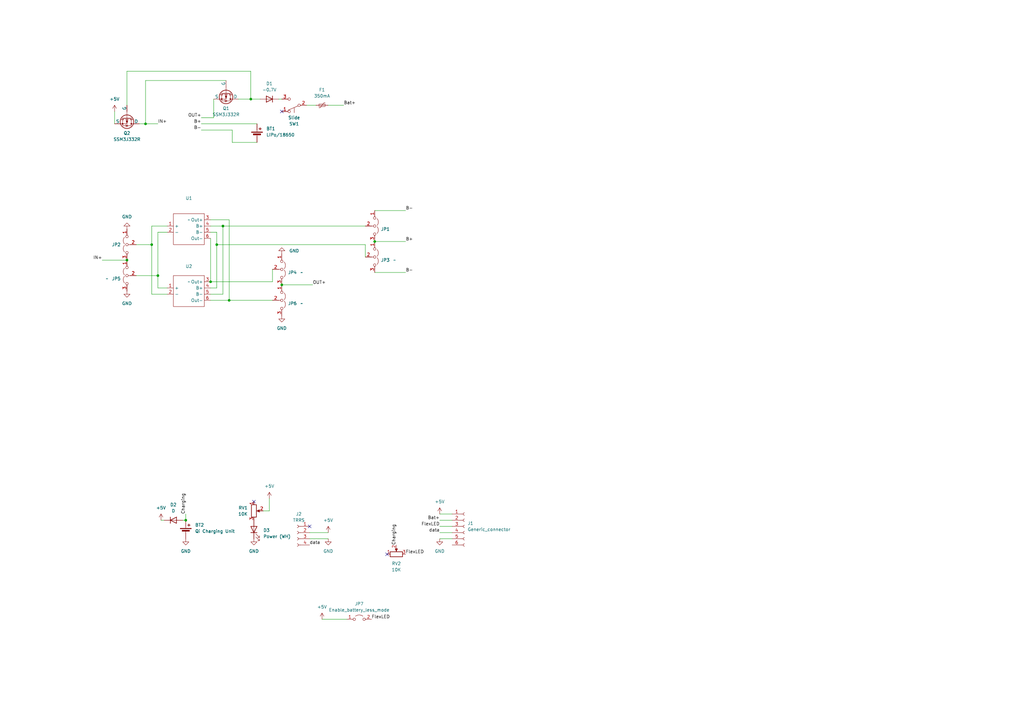
<source format=kicad_sch>
(kicad_sch (version 20230121) (generator eeschema)
  (paper "A3")
  (lib_symbols
    (symbol "Connector:Conn_01x04_Socket" (pin_names (offset 1.016) hide)
      (property "Reference" "J" (at 0 5.08 0))
      (property "Value" "Conn_01x04_Socket" (at 0 -7.62 0))
      (symbol "Conn_01x04_Socket_1_1"
        (arc (start 0 -4.572) (mid -0.5058 -5.08) (end 0 -5.588) (stroke (width 0.1524)))
        (arc (start 0 -2.032) (mid -0.5058 -2.54) (end 0 -3.048) (stroke (width 0.1524)))
        (polyline (pts (xy -1.27 -5.08) (xy -0.508 -5.08)) (stroke (width 0.1524)))
        (polyline (pts (xy -1.27 -2.54) (xy -0.508 -2.54)) (stroke (width 0.1524)))
        (polyline (pts (xy -1.27 0) (xy -0.508 0)) (stroke (width 0.1524)))
        (polyline (pts (xy -1.27 2.54) (xy -0.508 2.54)) (stroke (width 0.1524)))
        (arc (start 0 0.508) (mid -0.5058 0) (end 0 -0.508) (stroke (width 0.1524)))
        (arc (start 0 3.048) (mid -0.5058 2.54) (end 0 2.032) (stroke (width 0.1524)))
        (pin passive line (at -5.08 2.54 0) (length 3.81) (name "Pin_1") (number "1"))
        (pin passive line (at -5.08 0 0) (length 3.81) (name "Pin_2") (number "2"))
        (pin passive line (at -5.08 -2.54 0) (length 3.81) (name "Pin_3") (number "3"))
        (pin passive line (at -5.08 -5.08 0) (length 3.81) (name "Pin_4") (number "4"))
      )
    )
    (symbol "Connector:Conn_01x06_Socket" (pin_names (offset 1.016) hide)
      (property "Reference" "J" (at 0 7.62 0))
      (property "Value" "Conn_01x06_Socket" (at 0 -10.16 0))
      (symbol "Conn_01x06_Socket_1_1"
        (arc (start 0 -7.112) (mid -0.5058 -7.62) (end 0 -8.128) (stroke (width 0.1524)))
        (arc (start 0 -4.572) (mid -0.5058 -5.08) (end 0 -5.588) (stroke (width 0.1524)))
        (arc (start 0 -2.032) (mid -0.5058 -2.54) (end 0 -3.048) (stroke (width 0.1524)))
        (polyline (pts (xy -1.27 -7.62) (xy -0.508 -7.62)) (stroke (width 0.1524)))
        (polyline (pts (xy -1.27 -5.08) (xy -0.508 -5.08)) (stroke (width 0.1524)))
        (polyline (pts (xy -1.27 -2.54) (xy -0.508 -2.54)) (stroke (width 0.1524)))
        (polyline (pts (xy -1.27 0) (xy -0.508 0)) (stroke (width 0.1524)))
        (polyline (pts (xy -1.27 2.54) (xy -0.508 2.54)) (stroke (width 0.1524)))
        (polyline (pts (xy -1.27 5.08) (xy -0.508 5.08)) (stroke (width 0.1524)))
        (arc (start 0 0.508) (mid -0.5058 0) (end 0 -0.508) (stroke (width 0.1524)))
        (arc (start 0 3.048) (mid -0.5058 2.54) (end 0 2.032) (stroke (width 0.1524)))
        (arc (start 0 5.588) (mid -0.5058 5.08) (end 0 4.572) (stroke (width 0.1524)))
        (pin passive line (at -5.08 5.08 0) (length 3.81) (name "Pin_1") (number "1"))
        (pin passive line (at -5.08 2.54 0) (length 3.81) (name "Pin_2") (number "2"))
        (pin passive line (at -5.08 0 0) (length 3.81) (name "Pin_3") (number "3"))
        (pin passive line (at -5.08 -2.54 0) (length 3.81) (name "Pin_4") (number "4"))
        (pin passive line (at -5.08 -5.08 0) (length 3.81) (name "Pin_5") (number "5"))
        (pin passive line (at -5.08 -7.62 0) (length 3.81) (name "Pin_6") (number "6"))
      )
    )
    (symbol "Device:Battery_Cell" (pin_numbers hide) (pin_names (offset 0) hide)
      (property "Reference" "BT" (at 2.54 2.54 0))
      (property "Value" "Battery_Cell" (at 2.54 0 0))
      (symbol "Battery_Cell_0_1"
        (rectangle (start -2.286 1.778) (end 2.286 1.524) (fill (type outline)))
        (rectangle (start -1.524 1.016) (end 1.524 0.508) (fill (type outline)))
        (polyline (pts (xy 0 0.762) (xy 0 0)))
        (polyline (pts (xy 0 1.778) (xy 0 2.54)))
        (polyline (pts (xy 0.762 3.048) (xy 1.778 3.048)) (stroke (width 0.254)))
        (polyline (pts (xy 1.27 3.556) (xy 1.27 2.54)) (stroke (width 0.254)))
      )
      (symbol "Battery_Cell_1_1"
        (pin passive line (at 0 5.08 270) (length 2.54) (name "+") (number "1"))
        (pin passive line (at 0 -2.54 90) (length 2.54) (name "-") (number "2"))
      )
    )
    (symbol "Device:D" (pin_numbers hide) (pin_names (offset 1.016) hide)
      (property "Reference" "D" (at 0 2.54 0))
      (property "Value" "D" (at 0 -2.54 0))
      (symbol "D_0_1"
        (polyline (pts (xy -1.27 1.27) (xy -1.27 -1.27)) (stroke (width 0.254)))
        (polyline (pts (xy 1.27 0) (xy -1.27 0)))
        (polyline (pts (xy 1.27 1.27) (xy 1.27 -1.27) (xy -1.27 0) (xy 1.27 1.27)) (stroke (width 0.254)))
      )
      (symbol "D_1_1"
        (pin passive line (at -3.81 0 0) (length 2.54) (name "K") (number "1"))
        (pin passive line (at 3.81 0 180) (length 2.54) (name "A") (number "2"))
      )
    )
    (symbol "Device:LED" (pin_numbers hide) (pin_names (offset 1.016) hide)
      (property "Reference" "D" (at 0 2.54 0))
      (property "Value" "LED" (at 0 -2.54 0))
      (symbol "LED_0_1"
        (polyline (pts (xy -1.27 -1.27) (xy -1.27 1.27)) (stroke (width 0.254)))
        (polyline (pts (xy -1.27 0) (xy 1.27 0)))
        (polyline (pts (xy 1.27 -1.27) (xy 1.27 1.27) (xy -1.27 0) (xy 1.27 -1.27)) (stroke (width 0.254)))
        (polyline (pts (xy -3.048 -0.762) (xy -4.572 -2.286) (xy -3.81 -2.286) (xy -4.572 -2.286) (xy -4.572 -1.524)))
        (polyline (pts (xy -1.778 -0.762) (xy -3.302 -2.286) (xy -2.54 -2.286) (xy -3.302 -2.286) (xy -3.302 -1.524)))
      )
      (symbol "LED_1_1"
        (pin passive line (at -3.81 0 0) (length 2.54) (name "K") (number "1"))
        (pin passive line (at 3.81 0 180) (length 2.54) (name "A") (number "2"))
      )
    )
    (symbol "Device:Polyfuse_Small" (pin_numbers hide) (pin_names (offset 0))
      (property "Reference" "F" (at -1.905 0 90))
      (property "Value" "Polyfuse_Small" (at 1.905 0 90))
      (symbol "Polyfuse_Small_0_1"
        (rectangle (start -0.508 1.27) (end 0.508 -1.27))
        (polyline (pts (xy 0 2.54) (xy 0 -2.54)))
        (polyline (pts (xy -1.016 1.27) (xy -1.016 0.762) (xy 1.016 -0.762) (xy 1.016 -1.27)))
      )
      (symbol "Polyfuse_Small_1_1"
        (pin passive line (at 0 2.54 270) (length 0.635) (name "~") (number "1"))
        (pin passive line (at 0 -2.54 90) (length 0.635) (name "~") (number "2"))
      )
    )
    (symbol "Device:R_Potentiometer" (pin_names (offset 1.016) hide)
      (property "Reference" "RV" (at -4.445 0 90))
      (property "Value" "R_Potentiometer" (at -2.54 0 90))
      (symbol "R_Potentiometer_0_1"
        (polyline (pts (xy 2.54 0) (xy 1.524 0)))
        (polyline (pts (xy 1.143 0) (xy 2.286 0.508) (xy 2.286 -0.508) (xy 1.143 0)) (fill (type outline)))
        (rectangle (start 1.016 2.54) (end -1.016 -2.54) (stroke (width 0.254)))
      )
      (symbol "R_Potentiometer_1_1"
        (pin passive line (at 0 3.81 270) (length 1.27) (name "1") (number "1"))
        (pin passive line (at 3.81 0 180) (length 1.27) (name "2") (number "2"))
        (pin passive line (at 0 -3.81 90) (length 1.27) (name "3") (number "3"))
      )
    )
    (symbol "Jumper:Jumper_2_Open" (pin_names (offset 0) hide)
      (property "Reference" "JP" (at 0 2.794 0))
      (property "Value" "Jumper_2_Open" (at 0 -2.286 0))
      (symbol "Jumper_2_Open_0_0"
        (circle (center -2.032 0) (radius 0.508))
        (circle (center 2.032 0) (radius 0.508))
      )
      (symbol "Jumper_2_Open_0_1"
        (arc (start 1.524 1.27) (mid 0 1.778) (end -1.524 1.27))
      )
      (symbol "Jumper_2_Open_1_1"
        (pin passive line (at -5.08 0 0) (length 2.54) (name "A") (number "1"))
        (pin passive line (at 5.08 0 180) (length 2.54) (name "B") (number "2"))
      )
    )
    (symbol "Jumper:Jumper_3_Open" (pin_names (offset 0) hide)
      (property "Reference" "JP" (at -2.54 -2.54 0))
      (property "Value" "Jumper_3_Open" (at 0 2.794 0))
      (symbol "Jumper_3_Open_0_0"
        (circle (center -3.302 0) (radius 0.508))
        (circle (center 0 0) (radius 0.508))
        (circle (center 3.302 0) (radius 0.508))
      )
      (symbol "Jumper_3_Open_0_1"
        (arc (start -0.254 1.016) (mid -1.651 1.4992) (end -3.048 1.016))
        (polyline (pts (xy 0 -0.508) (xy 0 -1.27)))
        (arc (start 3.048 1.016) (mid 1.651 1.4992) (end 0.254 1.016))
      )
      (symbol "Jumper_3_Open_1_1"
        (pin passive line (at -6.35 0 0) (length 2.54) (name "A") (number "1"))
        (pin passive line (at 0 -3.81 90) (length 2.54) (name "C") (number "2"))
        (pin passive line (at 6.35 0 180) (length 2.54) (name "B") (number "3"))
      )
    )
    (symbol "Simulation_SPICE:PMOS" (pin_numbers hide) (pin_names (offset 0))
      (property "Reference" "Q" (at 5.08 1.27 0))
      (property "Value" "PMOS" (at 5.08 -1.27 0))
      (symbol "PMOS_0_1"
        (polyline (pts (xy 0.254 0) (xy -2.54 0)))
        (polyline (pts (xy 0.254 1.905) (xy 0.254 -1.905)) (stroke (width 0.254)))
        (polyline (pts (xy 0.762 -1.27) (xy 0.762 -2.286)) (stroke (width 0.254)))
        (polyline (pts (xy 0.762 0.508) (xy 0.762 -0.508)) (stroke (width 0.254)))
        (polyline (pts (xy 0.762 2.286) (xy 0.762 1.27)) (stroke (width 0.254)))
        (polyline (pts (xy 2.54 2.54) (xy 2.54 1.778)))
        (polyline (pts (xy 2.54 -2.54) (xy 2.54 0) (xy 0.762 0)))
        (polyline (pts (xy 0.762 1.778) (xy 3.302 1.778) (xy 3.302 -1.778) (xy 0.762 -1.778)))
        (polyline (pts (xy 2.286 0) (xy 1.27 0.381) (xy 1.27 -0.381) (xy 2.286 0)) (fill (type outline)))
        (polyline (pts (xy 2.794 -0.508) (xy 2.921 -0.381) (xy 3.683 -0.381) (xy 3.81 -0.254)))
        (polyline (pts (xy 3.302 -0.381) (xy 2.921 0.254) (xy 3.683 0.254) (xy 3.302 -0.381)))
        (circle (center 1.651 0) (radius 2.794) (stroke (width 0.254)))
        (circle (center 2.54 -1.778) (radius 0.254) (fill (type outline)))
        (circle (center 2.54 1.778) (radius 0.254) (fill (type outline)))
      )
      (symbol "PMOS_1_1"
        (pin passive line (at 2.54 5.08 270) (length 2.54) (name "D") (number "1"))
        (pin input line (at -5.08 0 0) (length 2.54) (name "G") (number "2"))
        (pin passive line (at 2.54 -5.08 90) (length 2.54) (name "S") (number "3"))
      )
    )
    (symbol "Switch:SW_Push_SPDT" (pin_names (offset 0) hide)
      (property "Reference" "SW" (at 0 4.318 0))
      (property "Value" "SW_Push_SPDT" (at 0 -5.08 0))
      (symbol "SW_Push_SPDT_0_0"
        (circle (center -2.032 0) (radius 0.508))
        (polyline (pts (xy 0 1.016) (xy 0 3.048)))
        (circle (center 2.032 -2.54) (radius 0.508))
      )
      (symbol "SW_Push_SPDT_0_1"
        (polyline (pts (xy -1.524 0.254) (xy 2.54 2.032)))
        (circle (center 2.032 2.54) (radius 0.508))
      )
      (symbol "SW_Push_SPDT_1_1"
        (pin passive line (at 5.08 2.54 180) (length 2.54) (name "A") (number "1"))
        (pin passive line (at -5.08 0 0) (length 2.54) (name "B") (number "2"))
        (pin passive line (at 5.08 -2.54 180) (length 2.54) (name "C") (number "3"))
      )
    )
    (symbol "Ultramarine-2:TP4056"
      (property "Reference" "U" (at 0 8.89 0))
      (symbol "TP4056_0_1"
        (rectangle (start -6.35 6.35) (end 6.35 -6.35))
      )
      (symbol "TP4056_1_1"
        (pin bidirectional line (at -8.89 1.27 0) (length 2.54) (name "+") (number "1"))
        (pin bidirectional line (at -8.89 -1.27 0) (length 2.54) (name "-") (number "2"))
        (pin bidirectional line (at 8.89 3.81 180) (length 2.54) (name "Out+") (number "3"))
        (pin bidirectional line (at 8.89 1.27 180) (length 2.54) (name "B+") (number "4"))
        (pin bidirectional line (at 8.89 -1.27 180) (length 2.54) (name "B-") (number "5"))
        (pin bidirectional line (at 8.89 -3.81 180) (length 2.54) (name "Out-") (number "6"))
      )
    )
    (symbol "power:+5V" (power) (pin_names (offset 0))
      (property "Value" "+5V" (at 0 3.556 0))
      (symbol "+5V_0_1"
        (polyline (pts (xy -0.762 1.27) (xy 0 2.54)))
        (polyline (pts (xy 0 0) (xy 0 2.54)))
        (polyline (pts (xy 0 2.54) (xy 0.762 1.27)))
      )
      (symbol "+5V_1_1"
        (pin power_in line (at 0 0 90) (length 0) hide (name "+5V") (number "1"))
      )
    )
    (symbol "power:GND" (power) (pin_names (offset 0))
      (property "Value" "GND" (at 0 -3.81 0))
      (symbol "GND_0_1"
        (polyline (pts (xy 0 0) (xy 0 -1.27) (xy 1.27 -1.27) (xy 0 -2.54) (xy -1.27 -1.27) (xy 0 -1.27)))
      )
      (symbol "GND_1_1"
        (pin power_in line (at 0 0 270) (length 0) hide (name "GND") (number "1"))
      )
    )
  )
  (junction (at 93.98 123.19))
  (junction (at 88.9 100.33))
  (junction (at 91.44 92.71))
  (junction (at 52.07 106.68))
  (junction (at 64.77 113.03))
  (junction (at 76.2 213.36))
  (junction (at 62.23 100.33))
  (junction (at 102.87 40.64))
  (junction (at 115.57 116.84))
  (junction (at 59.69 50.8))
  (junction (at 86.36 115.57))
  (junction (at 153.67 99.06))
  (no_connect (at 158.75 227.33))
  (no_connect (at 115.57 45.72))
  (no_connect (at 127 215.9))
  (no_connect (at 104.14 205.74))
  (wire (pts (xy 59.69 33.02) (xy 92.71 33.02)))
  (wire (pts (xy 102.87 29.21) (xy 102.87 40.64)))
  (wire (pts (xy 87.63 48.26) (xy 82.55 48.26)))
  (wire (pts (xy 166.37 86.36) (xy 153.67 86.36)))
  (wire (pts (xy 76.2 210.82) (xy 76.2 213.36)))
  (wire (pts (xy 115.57 40.64) (xy 114.3 40.64)))
  (wire (pts (xy 91.44 92.71) (xy 91.44 120.65)))
  (wire (pts (xy 185.42 218.44) (xy 180.34 218.44)))
  (wire (pts (xy 82.55 50.8) (xy 105.41 50.8)))
  (wire (pts (xy 41.91 106.68) (xy 52.07 106.68)))
  (wire (pts (xy 88.9 100.33) (xy 88.9 118.11)))
  (wire (pts (xy 95.25 53.34) (xy 82.55 53.34)))
  (wire (pts (xy 97.79 40.64) (xy 102.87 40.64)))
  (wire (pts (xy 129.54 43.18) (xy 125.73 43.18)))
  (wire (pts (xy 132.08 254) (xy 142.24 254)))
  (wire (pts (xy 62.23 100.33) (xy 62.23 120.65)))
  (wire (pts (xy 86.36 90.17) (xy 93.98 90.17)))
  (wire (pts (xy 185.42 213.36) (xy 180.34 213.36)))
  (wire (pts (xy 86.36 97.79) (xy 86.36 115.57)))
  (wire (pts (xy 68.58 118.11) (xy 64.77 118.11)))
  (wire (pts (xy 111.76 115.57) (xy 111.76 110.49)))
  (wire (pts (xy 185.42 220.98) (xy 180.34 220.98)))
  (wire (pts (xy 64.77 95.25) (xy 68.58 95.25)))
  (wire (pts (xy 52.07 29.21) (xy 102.87 29.21)))
  (wire (pts (xy 185.42 215.9) (xy 180.34 215.9)))
  (wire (pts (xy 88.9 100.33) (xy 149.86 100.33)))
  (wire (pts (xy 149.86 100.33) (xy 149.86 105.41)))
  (wire (pts (xy 59.69 50.8) (xy 64.77 50.8)))
  (wire (pts (xy 91.44 92.71) (xy 149.86 92.71)))
  (wire (pts (xy 134.62 218.44) (xy 127 218.44)))
  (wire (pts (xy 55.88 113.03) (xy 64.77 113.03)))
  (wire (pts (xy 62.23 92.71) (xy 68.58 92.71)))
  (wire (pts (xy 86.36 120.65) (xy 91.44 120.65)))
  (wire (pts (xy 166.37 111.76) (xy 153.67 111.76)))
  (wire (pts (xy 88.9 95.25) (xy 88.9 100.33)))
  (wire (pts (xy 86.36 115.57) (xy 111.76 115.57)))
  (wire (pts (xy 110.49 209.55) (xy 107.95 209.55)))
  (wire (pts (xy 74.93 213.36) (xy 76.2 213.36)))
  (wire (pts (xy 88.9 118.11) (xy 86.36 118.11)))
  (wire (pts (xy 134.62 220.98) (xy 127 220.98)))
  (wire (pts (xy 86.36 95.25) (xy 88.9 95.25)))
  (wire (pts (xy 106.68 40.64) (xy 102.87 40.64)))
  (wire (pts (xy 62.23 120.65) (xy 68.58 120.65)))
  (wire (pts (xy 93.98 90.17) (xy 93.98 123.19)))
  (wire (pts (xy 93.98 123.19) (xy 111.76 123.19)))
  (wire (pts (xy 64.77 118.11) (xy 64.77 113.03)))
  (wire (pts (xy 52.07 29.21) (xy 52.07 43.18)))
  (wire (pts (xy 59.69 50.8) (xy 59.69 33.02)))
  (wire (pts (xy 128.27 116.84) (xy 115.57 116.84)))
  (wire (pts (xy 86.36 92.71) (xy 91.44 92.71)))
  (wire (pts (xy 87.63 40.64) (xy 87.63 48.26)))
  (wire (pts (xy 95.25 58.42) (xy 95.25 53.34)))
  (wire (pts (xy 64.77 95.25) (xy 64.77 113.03)))
  (wire (pts (xy 62.23 92.71) (xy 62.23 100.33)))
  (wire (pts (xy 46.99 45.72) (xy 46.99 50.8)))
  (wire (pts (xy 55.88 100.33) (xy 62.23 100.33)))
  (wire (pts (xy 110.49 204.47) (xy 110.49 209.55)))
  (wire (pts (xy 134.62 43.18) (xy 140.97 43.18)))
  (wire (pts (xy 166.37 99.06) (xy 153.67 99.06)))
  (wire (pts (xy 86.36 123.19) (xy 93.98 123.19)))
  (wire (pts (xy 57.15 50.8) (xy 59.69 50.8)))
  (wire (pts (xy 66.04 213.36) (xy 67.31 213.36)))
  (wire (pts (xy 185.42 210.82) (xy 180.34 210.82)))
  (wire (pts (xy 95.25 58.42) (xy 105.41 58.42)))
  (label "B-" (at 82.55 53.34 180))
  (label "Charging" (at 162.56 223.52 90))
  (label "FlexLED" (at 166.37 227.33 0))
  (label "data" (at 127 223.52 0))
  (label "Bat+" (at 140.97 43.18 0))
  (label "IN+" (at 41.91 106.68 180))
  (label "FlexLED" (at 180.34 215.9 180))
  (label "B-" (at 166.37 111.76 0))
  (label "FlexLED" (at 152.4 254 0))
  (label "Bat+" (at 180.34 213.36 180))
  (label "OUT+" (at 128.27 116.84 0))
  (label "OUT+" (at 82.55 48.26 180))
  (label "B+" (at 82.55 50.8 180))
  (label "IN+" (at 64.77 50.8 0))
  (label "B-" (at 166.37 86.36 0))
  (label "data" (at 180.34 218.44 180))
  (label "B+" (at 166.37 99.06 0))
  (label "Charging" (at 76.2 210.82 90))
  (symbol (lib_id "power:GND") (at 180.34 220.98 0) (unit 1)
    (property "Reference" "#PWR013" (effects hide))
    (property "Value" "GND" (at 180.34 226.06 0))
  )
  (symbol (lib_id "Jumper:Jumper_3_Open") (at 153.67 105.41 270) (unit 1)
    (property "Reference" "JP3" (at 156.21 106.68 90) (effects (justify left)))
    (property "Value" "~" (at 161.29 106.68 90) (effects (justify left)))
    (property "Footprint" "Ultramarine-2:Jumper 3pin" (effects hide))
  )
  (symbol (lib_id "Jumper:Jumper_3_Open") (at 115.57 123.19 270) (unit 1)
    (property "Reference" "JP6" (at 118.11 124.46 90) (effects (justify left)))
    (property "Value" "~" (at 123.19 124.46 90) (effects (justify left)))
    (property "Footprint" "Ultramarine-2:Jumper 3pin" (effects hide))
  )
  (symbol (lib_id "Simulation_SPICE:PMOS") (at 52.07 48.26 270) (unit 1)
    (property "Reference" "Q2" (at 52.07 54.61 90))
    (property "Value" "SSM3J332R" (at 52.07 57.15 90))
    (property "Footprint" "Package_TO_SOT_SMD:SOT-23-3" (effects hide))
    (property "Datasheet" "https://ngspice.sourceforge.io/docs/ngspice-manual.pdf" (effects hide))
    (property "Sim.Device" "PMOS" (effects hide))
    (property "Sim.Type" "VDMOS" (effects hide))
    (property "Sim.Pins" "1=G 2=S 3=D" (effects hide))
  )
  (symbol (lib_id "power:+5V") (at 134.62 218.44 0) (unit 1)
    (property "Reference" "#PWR09" (effects hide))
    (property "Value" "+5V" (at 134.62 213.36 0))
  )
  (symbol (lib_id "Jumper:Jumper_3_Open") (at 52.07 113.03 90) (mirror x) (unit 1)
    (property "Reference" "JP5" (at 49.53 114.3 90) (effects (justify left)))
    (property "Value" "~" (at 44.45 114.3 90) (effects (justify left)))
    (property "Footprint" "Ultramarine-2:Jumper 3pin" (effects hide))
  )
  (symbol (lib_id "power:GND") (at 52.07 93.98 180) (unit 1)
    (property "Reference" "#PWR02" (effects hide))
    (property "Value" "GND" (at 52.07 88.9 0))
  )
  (symbol (lib_id "Device:Polyfuse_Small") (at 132.08 43.18 90) (unit 1)
    (property "Reference" "F1" (at 132.08 36.83 90))
    (property "Value" "350mA" (at 132.08 39.37 90))
    (property "Footprint" "Ultramarine-2:MF-NSMF" (effects hide))
  )
  (symbol (lib_id "Ultramarine-2:TP4056") (at 77.47 119.38 0) (unit 1)
    (property "Reference" "U2" (at 77.47 109.22 0))
    (property "Value" "~" (at 77.47 115.57 0))
    (property "Footprint" "Ultramarine-2:TP4056" (effects hide))
  )
  (symbol (lib_id "Device:D") (at 71.12 213.36 0) (unit 1)
    (property "Reference" "D2" (at 71.12 207.01 0))
    (property "Value" "D" (at 71.12 209.55 0))
    (property "Footprint" "Ultramarine-2:SOD-123" (effects hide))
    (property "Sim.Device" "D" (effects hide))
    (property "Sim.Pins" "1=K 2=A" (effects hide))
  )
  (symbol (lib_id "power:GND") (at 115.57 129.54 0) (unit 1)
    (property "Reference" "#PWR05" (effects hide))
    (property "Value" "GND" (at 115.57 134.62 0))
  )
  (symbol (lib_id "Device:LED") (at 104.14 217.17 90) (unit 1)
    (property "Reference" "D3" (at 107.95 217.4875 90) (effects (justify right)))
    (property "Value" "Power (WH)" (at 107.95 220.0275 90) (effects (justify right)))
    (property "Footprint" "Ultramarine-2:LED1608" (effects hide))
  )
  (symbol (lib_id "power:+5V") (at 110.49 204.47 0) (unit 1)
    (property "Reference" "#PWR06" (effects hide))
    (property "Value" "+5V" (at 110.49 199.39 0))
  )
  (symbol (lib_id "power:GND") (at 104.14 220.98 0) (unit 1)
    (property "Reference" "#PWR011" (effects hide))
    (property "Value" "GND" (at 104.14 226.06 0))
  )
  (symbol (lib_id "power:+5V") (at 180.34 210.82 0) (unit 1)
    (property "Reference" "#PWR07" (effects hide))
    (property "Value" "+5V" (at 180.34 205.74 0))
  )
  (symbol (lib_id "Device:R_Potentiometer") (at 162.56 227.33 90) (unit 1)
    (property "Reference" "RV2" (at 162.56 231.14 90))
    (property "Value" "10K" (at 162.56 233.68 90))
    (property "Footprint" "Ultramarine-2:R_variable" (effects hide))
  )
  (symbol (lib_id "Device:Battery_Cell") (at 76.2 218.44 0) (unit 1)
    (property "Reference" "BT2" (at 80.01 215.3285 0) (effects (justify left)))
    (property "Value" "Qi Charging Unit" (at 80.01 217.8685 0) (effects (justify left)))
    (property "Footprint" "Ultramarine-2:Micro_USB_Charging" (effects hide))
  )
  (symbol (lib_id "power:GND") (at 115.57 104.14 180) (unit 1)
    (property "Reference" "#PWR03" (effects hide))
    (property "Value" "GND" (at 120.65 102.87 0))
  )
  (symbol (lib_id "power:GND") (at 52.07 119.38 0) (unit 1)
    (property "Reference" "#PWR04" (effects hide))
    (property "Value" "GND" (at 52.07 124.46 0))
  )
  (symbol (lib_id "power:GND") (at 134.62 220.98 0) (unit 1)
    (property "Reference" "#PWR012" (effects hide))
    (property "Value" "GND" (at 134.62 226.06 0))
  )
  (symbol (lib_id "power:GND") (at 76.2 220.98 0) (unit 1)
    (property "Reference" "#PWR010" (effects hide))
    (property "Value" "GND" (at 76.2 226.06 0))
  )
  (symbol (lib_id "Jumper:Jumper_3_Open") (at 153.67 92.71 270) (unit 1)
    (property "Reference" "JP1" (at 156.21 93.98 90) (effects (justify left)))
    (property "Value" "OUT+ Jumper" (effects hide))
    (property "Footprint" "Ultramarine-2:Jumper 3pin" (effects hide))
  )
  (symbol (lib_id "Device:R_Potentiometer") (at 104.14 209.55 0) (unit 1)
    (property "Reference" "RV1" (at 101.6 208.28 0) (effects (justify right)))
    (property "Value" "10K" (at 101.6 210.82 0) (effects (justify right)))
    (property "Footprint" "Ultramarine-2:R_variable" (effects hide))
  )
  (symbol (lib_id "Device:Battery_Cell") (at 105.41 55.88 0) (unit 1)
    (property "Reference" "BT1" (at 109.22 52.7685 0) (effects (justify left)))
    (property "Value" "LiPo/18650" (at 109.22 55.3085 0) (effects (justify left)))
    (property "Footprint" "Ultramarine-2:Battery" (effects hide))
  )
  (symbol (lib_id "Jumper:Jumper_3_Open") (at 52.07 100.33 90) (mirror x) (unit 1)
    (property "Reference" "JP2" (at 49.53 100.33 90) (effects (justify left)))
    (property "Value" "IN+ Jumper" (effects hide))
    (property "Footprint" "Ultramarine-2:Jumper 3pin" (effects hide))
  )
  (symbol (lib_id "Switch:SW_Push_SPDT") (at 120.65 43.18 180) (unit 1)
    (property "Reference" "SW1" (at 120.65 50.8 0))
    (property "Value" "Slide" (at 120.65 48.26 0))
    (property "Footprint" "Ultramarine-2:SK-12D11VG3" (effects hide))
  )
  (symbol (lib_id "Device:D") (at 110.49 40.64 180) (unit 1)
    (property "Reference" "D1" (at 110.49 34.29 0))
    (property "Value" "-0.7V" (at 110.49 36.83 0))
    (property "Footprint" "Ultramarine-2:SOD-123" (effects hide))
    (property "Sim.Device" "D" (effects hide))
    (property "Sim.Pins" "1=K 2=A" (effects hide))
  )
  (symbol (lib_id "power:+5V") (at 132.08 254 0) (unit 1)
    (property "Reference" "#PWR014" (effects hide))
    (property "Value" "+5V" (at 132.08 248.92 0))
  )
  (symbol (lib_id "Jumper:Jumper_2_Open") (at 147.32 254 0) (unit 1)
    (property "Reference" "JP7" (at 147.32 247.65 0))
    (property "Value" "Enable_battery_less_mode" (at 147.32 250.19 0))
    (property "Footprint" "Jumper:SolderJumper-2_P1.3mm_Open_TrianglePad1.0x1.5mm" (effects hide))
  )
  (symbol (lib_id "Connector:Conn_01x06_Socket") (at 190.5 215.9 0) (unit 1)
    (property "Reference" "J1" (at 191.77 214.63 0) (effects (justify left)))
    (property "Value" "Generic_connector" (at 191.77 217.17 0) (effects (justify left)))
    (property "Footprint" "Ultramarine-2:JST_ZH_6" (effects hide))
  )
  (symbol (lib_id "power:+5V") (at 66.04 213.36 0) (unit 1)
    (property "Reference" "#PWR08" (effects hide))
    (property "Value" "+5V" (at 66.04 208.28 0))
  )
  (symbol (lib_id "power:+5V") (at 46.99 45.72 0) (unit 1)
    (property "Reference" "#PWR01" (effects hide))
    (property "Value" "+5V" (at 46.99 40.64 0))
  )
  (symbol (lib_id "Jumper:Jumper_3_Open") (at 115.57 110.49 270) (unit 1)
    (property "Reference" "JP4" (at 118.11 111.76 90) (effects (justify left)))
    (property "Value" "~" (at 123.19 111.76 90) (effects (justify left)))
    (property "Footprint" "Ultramarine-2:Jumper 3pin" (effects hide))
  )
  (symbol (lib_id "Simulation_SPICE:PMOS") (at 92.71 38.1 270) (unit 1)
    (property "Reference" "Q1" (at 92.71 44.45 90))
    (property "Value" "SSM3J332R" (at 92.71 46.99 90))
    (property "Footprint" "Package_TO_SOT_SMD:SOT-23-3" (effects hide))
    (property "Datasheet" "https://ngspice.sourceforge.io/docs/ngspice-manual.pdf" (effects hide))
    (property "Sim.Device" "PMOS" (effects hide))
    (property "Sim.Type" "VDMOS" (effects hide))
    (property "Sim.Pins" "1=G 2=S 3=D" (effects hide))
  )
  (symbol (lib_id "Connector:Conn_01x04_Socket") (at 121.92 218.44 0) (mirror y) (unit 1)
    (property "Reference" "J2" (at 122.555 210.82 0))
    (property "Value" "TRRS" (at 122.555 213.36 0))
    (property "Footprint" "Ultramarine-2:MJ-4PP-9" (effects hide))
  )
  (symbol (lib_id "Ultramarine-2:TP4056") (at 77.47 93.98 0) (unit 1)
    (property "Reference" "U1" (at 77.47 81.28 0))
    (property "Value" "~" (at 77.47 90.17 0))
    (property "Footprint" "Ultramarine-2:TP4056" (effects hide))
  )
)
</source>
